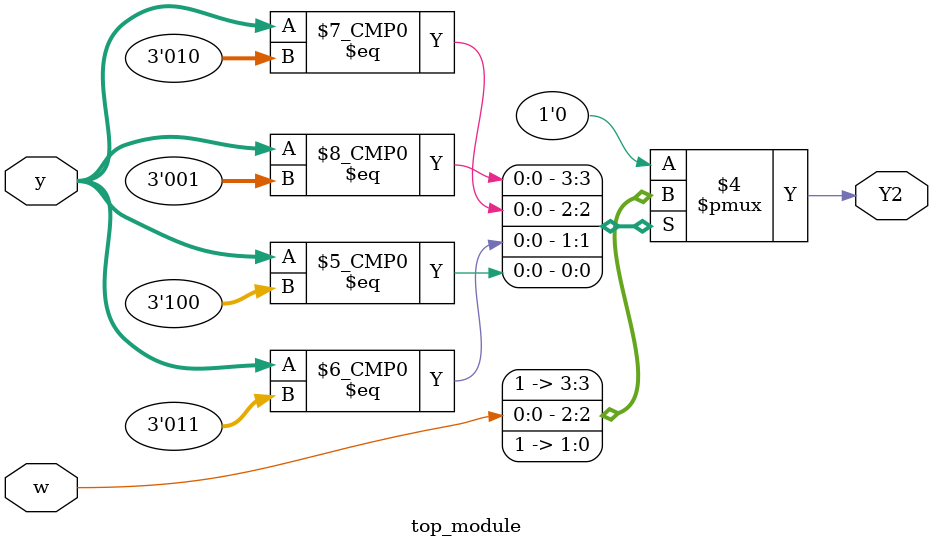
<source format=sv>
module top_module(
    input [3:1] y,
    input w,
    output reg Y2);

    always @(*) begin
        case(y)
            3'b000: Y2 = 1'b0;
            3'b001: Y2 = 1'b1;
            3'b010: Y2 = w;
            3'b011: Y2 = 1'b1;
            3'b100: Y2 = 1'b1;
            3'b101: Y2 = 1'b0;
            default: Y2 = 1'b0;
        endcase
    end
endmodule

</source>
